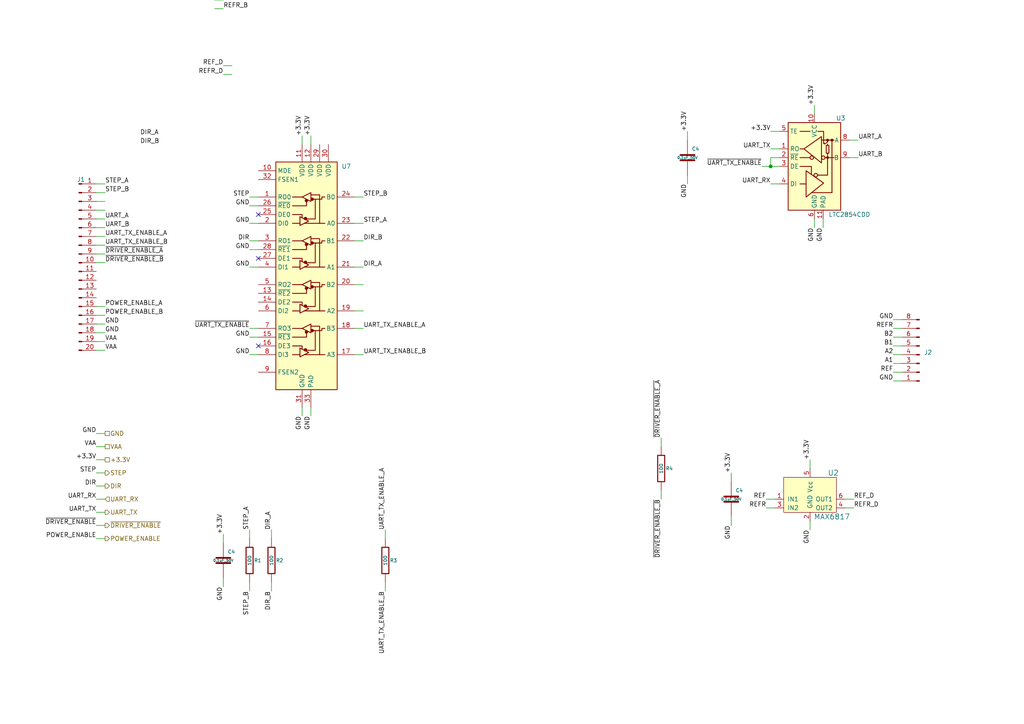
<source format=kicad_sch>
(kicad_sch (version 20230121) (generator eeschema)
  (paper "A4")
  (title_block (title "stepper_driver") (date "2023-05-11") (rev "2.0") (company "Howard Hughes Medical Institute"))
  (lib_symbols
    (symbol "Janelia:C_0.1uF_50V_0603" (pin_numbers hide) (pin_names (offset 0.254))
      (property "Reference" "C" (at 0 2.54 0))
      (property "Value" "0.1uF_50V" (at 0 0 0))
      (symbol "C_0.1uF_50V_0603_0_1"
        (polyline (pts (xy -2.032 -0.762) (xy 2.032 -0.762)) (stroke (width 0.508)))
        (polyline (pts (xy -2.032 0.762) (xy 2.032 0.762)) (stroke (width 0.508)))
      )
      (symbol "C_0.1uF_50V_0603_1_1"
        (pin passive line (at 0 5.08 270) (length 4.318) (name "~") (number "1"))
        (pin passive line (at 0 -5.08 90) (length 4.318) (name "~") (number "2"))
      )
    )
    (symbol "Janelia:Conn_FFC_20_Pin_ZF5S-20-01-T-WT" (pin_names (offset 1.016) hide)
      (property "Reference" "J" (at 0 25.4 0))
      (symbol "Conn_FFC_20_Pin_ZF5S-20-01-T-WT_1_1"
        (polyline (pts (xy 1.27 -25.4) (xy 0.8636 -25.4)) (stroke (width 0.1524)))
        (polyline (pts (xy 1.27 -22.86) (xy 0.8636 -22.86)) (stroke (width 0.1524)))
        (polyline (pts (xy 1.27 -20.32) (xy 0.8636 -20.32)) (stroke (width 0.1524)))
        (polyline (pts (xy 1.27 -17.78) (xy 0.8636 -17.78)) (stroke (width 0.1524)))
        (polyline (pts (xy 1.27 -15.24) (xy 0.8636 -15.24)) (stroke (width 0.1524)))
        (polyline (pts (xy 1.27 -12.7) (xy 0.8636 -12.7)) (stroke (width 0.1524)))
        (polyline (pts (xy 1.27 -10.16) (xy 0.8636 -10.16)) (stroke (width 0.1524)))
        (polyline (pts (xy 1.27 -7.62) (xy 0.8636 -7.62)) (stroke (width 0.1524)))
        (polyline (pts (xy 1.27 -5.08) (xy 0.8636 -5.08)) (stroke (width 0.1524)))
        (polyline (pts (xy 1.27 -2.54) (xy 0.8636 -2.54)) (stroke (width 0.1524)))
        (polyline (pts (xy 1.27 0) (xy 0.8636 0)) (stroke (width 0.1524)))
        (polyline (pts (xy 1.27 2.54) (xy 0.8636 2.54)) (stroke (width 0.1524)))
        (polyline (pts (xy 1.27 5.08) (xy 0.8636 5.08)) (stroke (width 0.1524)))
        (polyline (pts (xy 1.27 7.62) (xy 0.8636 7.62)) (stroke (width 0.1524)))
        (polyline (pts (xy 1.27 10.16) (xy 0.8636 10.16)) (stroke (width 0.1524)))
        (polyline (pts (xy 1.27 12.7) (xy 0.8636 12.7)) (stroke (width 0.1524)))
        (polyline (pts (xy 1.27 15.24) (xy 0.8636 15.24)) (stroke (width 0.1524)))
        (polyline (pts (xy 1.27 17.78) (xy 0.8636 17.78)) (stroke (width 0.1524)))
        (polyline (pts (xy 1.27 20.32) (xy 0.8636 20.32)) (stroke (width 0.1524)))
        (polyline (pts (xy 1.27 22.86) (xy 0.8636 22.86)) (stroke (width 0.1524)))
        (rectangle (start 0.8636 -25.273) (end 0 -25.527) (stroke (width 0.1524)) (fill (type outline)))
        (rectangle (start 0.8636 -22.733) (end 0 -22.987) (stroke (width 0.1524)) (fill (type outline)))
        (rectangle (start 0.8636 -20.193) (end 0 -20.447) (stroke (width 0.1524)) (fill (type outline)))
        (rectangle (start 0.8636 -17.653) (end 0 -17.907) (stroke (width 0.1524)) (fill (type outline)))
        (rectangle (start 0.8636 -15.113) (end 0 -15.367) (stroke (width 0.1524)) (fill (type outline)))
        (rectangle (start 0.8636 -12.573) (end 0 -12.827) (stroke (width 0.1524)) (fill (type outline)))
        (rectangle (start 0.8636 -10.033) (end 0 -10.287) (stroke (width 0.1524)) (fill (type outline)))
        (rectangle (start 0.8636 -7.493) (end 0 -7.747) (stroke (width 0.1524)) (fill (type outline)))
        (rectangle (start 0.8636 -4.953) (end 0 -5.207) (stroke (width 0.1524)) (fill (type outline)))
        (rectangle (start 0.8636 -2.413) (end 0 -2.667) (stroke (width 0.1524)) (fill (type outline)))
        (rectangle (start 0.8636 0.127) (end 0 -0.127) (stroke (width 0.1524)) (fill (type outline)))
        (rectangle (start 0.8636 2.667) (end 0 2.413) (stroke (width 0.1524)) (fill (type outline)))
        (rectangle (start 0.8636 5.207) (end 0 4.953) (stroke (width 0.1524)) (fill (type outline)))
        (rectangle (start 0.8636 7.747) (end 0 7.493) (stroke (width 0.1524)) (fill (type outline)))
        (rectangle (start 0.8636 10.287) (end 0 10.033) (stroke (width 0.1524)) (fill (type outline)))
        (rectangle (start 0.8636 12.827) (end 0 12.573) (stroke (width 0.1524)) (fill (type outline)))
        (rectangle (start 0.8636 15.367) (end 0 15.113) (stroke (width 0.1524)) (fill (type outline)))
        (rectangle (start 0.8636 17.907) (end 0 17.653) (stroke (width 0.1524)) (fill (type outline)))
        (rectangle (start 0.8636 20.447) (end 0 20.193) (stroke (width 0.1524)) (fill (type outline)))
        (rectangle (start 0.8636 22.987) (end 0 22.733) (stroke (width 0.1524)) (fill (type outline)))
        (pin passive line (at 5.08 22.86 180) (length 3.81) (name "Pin_1") (number "1"))
        (pin passive line (at 5.08 0 180) (length 3.81) (name "Pin_10") (number "10"))
        (pin passive line (at 5.08 -2.54 180) (length 3.81) (name "Pin_11") (number "11"))
        (pin passive line (at 5.08 -5.08 180) (length 3.81) (name "Pin_12") (number "12"))
        (pin passive line (at 5.08 -7.62 180) (length 3.81) (name "Pin_13") (number "13"))
        (pin passive line (at 5.08 -10.16 180) (length 3.81) (name "Pin_14") (number "14"))
        (pin passive line (at 5.08 -12.7 180) (length 3.81) (name "Pin_15") (number "15"))
        (pin passive line (at 5.08 -15.24 180) (length 3.81) (name "Pin_16") (number "16"))
        (pin passive line (at 5.08 -17.78 180) (length 3.81) (name "Pin_17") (number "17"))
        (pin passive line (at 5.08 -20.32 180) (length 3.81) (name "Pin_18") (number "18"))
        (pin passive line (at 5.08 -22.86 180) (length 3.81) (name "Pin_19") (number "19"))
        (pin passive line (at 5.08 20.32 180) (length 3.81) (name "Pin_2") (number "2"))
        (pin passive line (at 5.08 -25.4 180) (length 3.81) (name "Pin_20") (number "20"))
        (pin passive line (at 5.08 17.78 180) (length 3.81) (name "Pin_3") (number "3"))
        (pin passive line (at 5.08 15.24 180) (length 3.81) (name "Pin_4") (number "4"))
        (pin passive line (at 5.08 12.7 180) (length 3.81) (name "Pin_5") (number "5"))
        (pin passive line (at 5.08 10.16 180) (length 3.81) (name "Pin_6") (number "6"))
        (pin passive line (at 5.08 7.62 180) (length 3.81) (name "Pin_7") (number "7"))
        (pin passive line (at 5.08 5.08 180) (length 3.81) (name "Pin_8") (number "8"))
        (pin passive line (at 5.08 2.54 180) (length 3.81) (name "Pin_9") (number "9"))
      )
    )
    (symbol "Janelia:Conn_TERM_HDR_01x08_Pin_3.5MM_Horizontal" (pin_names (offset 1.016) hide)
      (property "Reference" "J" (at 0 10.16 0))
      (symbol "Conn_TERM_HDR_01x08_Pin_3.5MM_Horizontal_1_1"
        (polyline (pts (xy 1.27 -10.16) (xy 0.8636 -10.16)) (stroke (width 0.1524)))
        (polyline (pts (xy 1.27 -7.62) (xy 0.8636 -7.62)) (stroke (width 0.1524)))
        (polyline (pts (xy 1.27 -5.08) (xy 0.8636 -5.08)) (stroke (width 0.1524)))
        (polyline (pts (xy 1.27 -2.54) (xy 0.8636 -2.54)) (stroke (width 0.1524)))
        (polyline (pts (xy 1.27 0) (xy 0.8636 0)) (stroke (width 0.1524)))
        (polyline (pts (xy 1.27 2.54) (xy 0.8636 2.54)) (stroke (width 0.1524)))
        (polyline (pts (xy 1.27 5.08) (xy 0.8636 5.08)) (stroke (width 0.1524)))
        (polyline (pts (xy 1.27 7.62) (xy 0.8636 7.62)) (stroke (width 0.1524)))
        (rectangle (start 0.8636 -10.033) (end 0 -10.287) (stroke (width 0.1524)) (fill (type outline)))
        (rectangle (start 0.8636 -7.493) (end 0 -7.747) (stroke (width 0.1524)) (fill (type outline)))
        (rectangle (start 0.8636 -4.953) (end 0 -5.207) (stroke (width 0.1524)) (fill (type outline)))
        (rectangle (start 0.8636 -2.413) (end 0 -2.667) (stroke (width 0.1524)) (fill (type outline)))
        (rectangle (start 0.8636 0.127) (end 0 -0.127) (stroke (width 0.1524)) (fill (type outline)))
        (rectangle (start 0.8636 2.667) (end 0 2.413) (stroke (width 0.1524)) (fill (type outline)))
        (rectangle (start 0.8636 5.207) (end 0 4.953) (stroke (width 0.1524)) (fill (type outline)))
        (rectangle (start 0.8636 7.747) (end 0 7.493) (stroke (width 0.1524)) (fill (type outline)))
        (pin passive line (at 5.08 7.62 180) (length 3.81) (name "Pin_1") (number "1"))
        (pin passive line (at 5.08 5.08 180) (length 3.81) (name "Pin_2") (number "2"))
        (pin passive line (at 5.08 2.54 180) (length 3.81) (name "Pin_3") (number "3"))
        (pin passive line (at 5.08 0 180) (length 3.81) (name "Pin_4") (number "4"))
        (pin passive line (at 5.08 -2.54 180) (length 3.81) (name "Pin_5") (number "5"))
        (pin passive line (at 5.08 -5.08 180) (length 3.81) (name "Pin_6") (number "6"))
        (pin passive line (at 5.08 -7.62 180) (length 3.81) (name "Pin_7") (number "7"))
        (pin passive line (at 5.08 -10.16 180) (length 3.81) (name "Pin_8") (number "8"))
      )
    )
    (symbol "Janelia:LTC2854CDD"
      (property "Reference" "U" (at 6.35 13.97 0))
      (property "Value" "LTC2854CDD" (at -8.89 13.97 0))
      (symbol "LTC2854CDD_0_1"
        (rectangle (start -7.62 12.7) (end 7.62 -12.7) (stroke (width 0.254)) (fill (type background)))
      )
      (symbol "LTC2854CDD_1_1"
        (circle (center -0.762 2.54) (radius 0.508) (stroke (width 0.254)))
        (polyline (pts (xy -4.191 2.54) (xy -1.27 2.54)) (stroke (width 0.254)))
        (polyline (pts (xy -4.191 10.16) (xy -1.27 10.16)) (stroke (width 0.254)))
        (polyline (pts (xy -2.54 -5.08) (xy -4.191 -5.08)) (stroke (width 0.254)))
        (polyline (pts (xy -0.635 -7.62) (xy 5.08 -7.62)) (stroke (width 0.254)))
        (polyline (pts (xy 0.889 -2.54) (xy 3.81 -2.54)) (stroke (width 0.254)))
        (polyline (pts (xy 2.032 7.62) (xy 5.715 7.62)) (stroke (width 0.254)))
        (polyline (pts (xy 3.048 2.54) (xy 5.715 2.54)) (stroke (width 0.254)))
        (polyline (pts (xy 3.81 -2.54) (xy 3.81 2.54)) (stroke (width 0.254)))
        (polyline (pts (xy 3.81 2.54) (xy 3.81 3.81)) (stroke (width 0.254)))
        (polyline (pts (xy 3.81 6.477) (xy 3.81 6.096)) (stroke (width 0.254)))
        (polyline (pts (xy 3.81 7.112) (xy 3.429 6.731)) (stroke (width 0.254)))
        (polyline (pts (xy 3.81 7.62) (xy 3.81 7.112)) (stroke (width 0.254)))
        (polyline (pts (xy 5.08 -7.62) (xy 5.08 7.62)) (stroke (width 0.254)))
        (polyline (pts (xy -4.191 0) (xy -0.889 0) (xy -0.889 -2.286)) (stroke (width 0.254)))
        (polyline (pts (xy -3.175 5.08) (xy -4.191 5.08) (xy -4.064 5.08)) (stroke (width 0.254)))
        (polyline (pts (xy -2.413 -5.08) (xy -2.413 -1.27) (xy 2.667 -4.826) (xy -2.413 -8.89) (xy -2.413 -5.08)) (stroke (width 0.254)))
        (polyline (pts (xy 2.032 4.826) (xy 2.032 8.636) (xy -3.048 5.08) (xy 2.032 1.016) (xy 2.032 4.826)) (stroke (width 0.254)))
        (polyline (pts (xy 1.016 10.16) (xy 2.667 10.16) (xy 2.667 6.604) (xy 3.175 6.604) (xy 2.921 6.731) (xy 2.921 6.477) (xy 3.175 6.604)) (stroke (width 0.254)))
        (circle (center 0.381 -2.54) (radius 0.508) (stroke (width 0.254)))
        (circle (center 2.54 2.54) (radius 0.508) (stroke (width 0.254)))
        (rectangle (start 3.429 6.096) (end 4.191 3.81) (stroke (width 0.254)))
        (circle (center 3.81 2.54) (radius 0.2794) (stroke (width 0.254)) (fill (type outline)))
        (circle (center 3.81 7.62) (radius 0.2794) (stroke (width 0.254)) (fill (type outline)))
        (circle (center 5.08 7.62) (radius 0.2794) (stroke (width 0.254)) (fill (type outline)))
        (pin output line (at -10.16 5.08 0) (length 2.54) (name "RO") (number "1"))
        (pin power_in line (at 0 15.24 270) (length 2.54) (name "VCC") (number "10"))
        (pin passive line (at 2.54 -15.24 90) (length 2.54) (name "PAD") (number "11"))
        (pin input line (at -10.16 2.54 0) (length 2.54) (name "~{RE}") (number "2"))
        (pin input line (at -10.16 0 0) (length 2.54) (name "DE") (number "3"))
        (pin input line (at -10.16 -5.08 0) (length 2.54) (name "DI") (number "4"))
        (pin input line (at -10.16 10.16 0) (length 2.54) (name "TE") (number "5"))
        (pin power_in line (at 0 -15.24 90) (length 2.54) (name "GND") (number "6"))
        (pin bidirectional line (at 10.16 7.62 180) (length 2.54) (name "A") (number "8"))
        (pin bidirectional line (at 10.16 2.54 180) (length 2.54) (name "B") (number "9"))
      )
    )
    (symbol "Janelia:LVDS_4-4_HALF_DS91M040TSQE"
      (property "Reference" "U" (at 10.16 31.75 0))
      (symbol "LVDS_4-4_HALF_DS91M040TSQE_0_1"
        (rectangle (start -8.89 33.02) (end 8.89 -33.02) (stroke (width 0.254)) (fill (type background)))
        (circle (center -0.3048 -21.463) (radius 0.3556) (stroke (width 0.254)) (fill (type outline)))
        (circle (center -0.3048 -8.763) (radius 0.3556) (stroke (width 0.254)) (fill (type outline)))
        (circle (center -0.3048 3.937) (radius 0.3556) (stroke (width 0.254)) (fill (type outline)))
        (circle (center -0.3048 16.637) (radius 0.3556) (stroke (width 0.254)) (fill (type outline)))
        (circle (center -0.0254 -16.2814) (radius 0.3556) (stroke (width 0.254)) (fill (type outline)))
        (circle (center -0.0254 -3.5814) (radius 0.3556) (stroke (width 0.254)) (fill (type outline)))
        (circle (center -0.0254 9.1186) (radius 0.3556) (stroke (width 0.254)) (fill (type outline)))
        (circle (center -0.0254 21.8186) (radius 0.3556) (stroke (width 0.254)) (fill (type outline)))
        (polyline (pts (xy -4.064 -22.86) (xy -1.905 -22.86)) (stroke (width 0.254)))
        (polyline (pts (xy -4.064 -15.24) (xy -1.27 -15.24)) (stroke (width 0.254)))
        (polyline (pts (xy -4.064 -10.16) (xy -1.905 -10.16)) (stroke (width 0.254)))
        (polyline (pts (xy -4.064 -2.54) (xy -1.27 -2.54)) (stroke (width 0.254)))
        (polyline (pts (xy -4.064 2.54) (xy -1.905 2.54)) (stroke (width 0.254)))
        (polyline (pts (xy -4.064 10.16) (xy -1.27 10.16)) (stroke (width 0.254)))
        (polyline (pts (xy -4.064 15.24) (xy -1.905 15.24)) (stroke (width 0.254)))
        (polyline (pts (xy -4.064 22.86) (xy -1.27 22.86)) (stroke (width 0.254)))
        (polyline (pts (xy -1.27 -20.9804) (xy -1.27 -21.2344)) (stroke (width 0.254)))
        (polyline (pts (xy -1.27 -8.2804) (xy -1.27 -8.5344)) (stroke (width 0.254)))
        (polyline (pts (xy -1.27 4.4196) (xy -1.27 4.1656)) (stroke (width 0.254)))
        (polyline (pts (xy -1.27 17.1196) (xy -1.27 16.8656)) (stroke (width 0.254)))
        (polyline (pts (xy -0.635 -22.86) (xy 5.334 -22.86)) (stroke (width 0.254)))
        (polyline (pts (xy -0.635 -10.16) (xy 5.334 -10.16)) (stroke (width 0.254)))
        (polyline (pts (xy -0.635 2.54) (xy 5.334 2.54)) (stroke (width 0.254)))
        (polyline (pts (xy -0.635 15.24) (xy 5.334 15.24)) (stroke (width 0.254)))
        (polyline (pts (xy -4.064 -20.32) (xy -1.27 -20.32) (xy -1.27 -20.955)) (stroke (width 0.254)))
        (polyline (pts (xy -4.064 -7.62) (xy -1.27 -7.62) (xy -1.27 -8.255)) (stroke (width 0.254)))
        (polyline (pts (xy -4.064 5.08) (xy -1.27 5.08) (xy -1.27 4.445)) (stroke (width 0.254)))
        (polyline (pts (xy -4.064 17.78) (xy -1.27 17.78) (xy -1.27 17.145)) (stroke (width 0.254)))
        (polyline (pts (xy 0 -16.51) (xy 0 -17.78) (xy -4.064 -17.78)) (stroke (width 0.254)))
        (polyline (pts (xy 0 -3.81) (xy 0 -5.08) (xy -4.064 -5.08)) (stroke (width 0.254)))
        (polyline (pts (xy 0 8.89) (xy 0 7.62) (xy -4.064 7.62)) (stroke (width 0.254)))
        (polyline (pts (xy 0 21.59) (xy 0 20.32) (xy -4.064 20.32)) (stroke (width 0.254)))
        (polyline (pts (xy 1.27 -14.605) (xy 3.81 -14.605) (xy 3.81 -22.86)) (stroke (width 0.254)))
        (polyline (pts (xy 1.27 -1.905) (xy 3.81 -1.905) (xy 3.81 -10.16)) (stroke (width 0.254)))
        (polyline (pts (xy 1.27 10.795) (xy 3.81 10.795) (xy 3.81 2.54)) (stroke (width 0.254)))
        (polyline (pts (xy 1.27 23.495) (xy 3.81 23.495) (xy 3.81 15.24)) (stroke (width 0.254)))
        (polyline (pts (xy 2.54 -15.875) (xy 2.54 -21.59) (xy 0 -21.59)) (stroke (width 0.254)))
        (polyline (pts (xy 2.54 -3.175) (xy 2.54 -8.89) (xy 0 -8.89)) (stroke (width 0.254)))
        (polyline (pts (xy 2.54 9.525) (xy 2.54 3.81) (xy 0 3.81)) (stroke (width 0.254)))
        (polyline (pts (xy 2.54 22.225) (xy 2.54 16.51) (xy 0 16.51)) (stroke (width 0.254)))
        (polyline (pts (xy -1.905 -20.955) (xy -1.905 -23.495) (xy 0.635 -22.225) (xy -1.905 -20.955)) (stroke (width 0.254)))
        (polyline (pts (xy -1.905 -8.255) (xy -1.905 -10.795) (xy 0.635 -9.525) (xy -1.905 -8.255)) (stroke (width 0.254)))
        (polyline (pts (xy -1.905 4.445) (xy -1.905 1.905) (xy 0.635 3.175) (xy -1.905 4.445)) (stroke (width 0.254)))
        (polyline (pts (xy -1.905 17.145) (xy -1.905 14.605) (xy 0.635 15.875) (xy -1.905 17.145)) (stroke (width 0.254)))
        (polyline (pts (xy -1.27 -15.24) (xy 1.27 -13.97) (xy 1.27 -16.51) (xy -1.27 -15.24)) (stroke (width 0.254)))
        (polyline (pts (xy -1.27 -2.54) (xy 1.27 -1.27) (xy 1.27 -3.81) (xy -1.27 -2.54)) (stroke (width 0.254)))
        (polyline (pts (xy -1.27 10.16) (xy 1.27 11.43) (xy 1.27 8.89) (xy -1.27 10.16)) (stroke (width 0.254)))
        (polyline (pts (xy -1.27 22.86) (xy 1.27 24.13) (xy 1.27 21.59) (xy -1.27 22.86)) (stroke (width 0.254)))
        (polyline (pts (xy 1.905 -15.875) (xy 4.445 -15.875) (xy 4.445 -15.24) (xy 5.334 -15.24)) (stroke (width 0.254)))
        (polyline (pts (xy 1.905 -3.175) (xy 4.445 -3.175) (xy 4.445 -2.54) (xy 5.334 -2.54)) (stroke (width 0.254)))
        (polyline (pts (xy 1.905 9.525) (xy 4.445 9.525) (xy 4.445 10.16) (xy 5.334 10.16)) (stroke (width 0.254)))
        (polyline (pts (xy 1.905 22.225) (xy 4.445 22.225) (xy 4.445 22.86) (xy 5.334 22.86)) (stroke (width 0.254)))
        (rectangle (start 1.27 -14.605) (end 1.27 -14.605))
        (rectangle (start 1.27 -1.905) (end 1.27 -1.905))
        (rectangle (start 1.27 10.795) (end 1.27 10.795))
        (rectangle (start 1.27 23.495) (end 1.27 23.495))
        (circle (center 1.651 -15.875) (radius 0.3556) (stroke (width 0.254)) (fill (type outline)))
        (circle (center 1.651 -3.175) (radius 0.3556) (stroke (width 0.254)) (fill (type outline)))
        (circle (center 1.651 9.525) (radius 0.3556) (stroke (width 0.254)) (fill (type outline)))
        (circle (center 1.651 22.225) (radius 0.3556) (stroke (width 0.254)) (fill (type outline)))
      )
      (symbol "LVDS_4-4_HALF_DS91M040TSQE_1_1"
        (pin output line (at -13.97 22.86 0) (length 5.08) (name "RO0") (number "1"))
        (pin input line (at -13.97 30.48 0) (length 5.08) (name "MDE") (number "10"))
        (pin power_in line (at -1.27 38.1 270) (length 5.08) (name "VDD") (number "11"))
        (pin power_in line (at 1.27 38.1 270) (length 5.08) (name "VDD") (number "12"))
        (pin input line (at -13.97 -5.08 0) (length 5.08) (name "~{RE2}") (number "13"))
        (pin input line (at -13.97 -7.62 0) (length 5.08) (name "DE2") (number "14"))
        (pin input line (at -13.97 -17.78 0) (length 5.08) (name "~{RE3}") (number "15"))
        (pin input line (at -13.97 -20.32 0) (length 5.08) (name "DE3") (number "16"))
        (pin bidirectional line (at 13.97 -22.86 180) (length 5.08) (name "A3") (number "17"))
        (pin bidirectional line (at 13.97 -15.24 180) (length 5.08) (name "B3") (number "18"))
        (pin bidirectional line (at 13.97 -10.16 180) (length 5.08) (name "A2") (number "19"))
        (pin input line (at -13.97 15.24 0) (length 5.08) (name "DI0") (number "2"))
        (pin bidirectional line (at 13.97 -2.54 180) (length 5.08) (name "B2") (number "20"))
        (pin bidirectional line (at 13.97 2.54 180) (length 5.08) (name "A1") (number "21"))
        (pin bidirectional line (at 13.97 10.16 180) (length 5.08) (name "B1") (number "22"))
        (pin bidirectional line (at 13.97 15.24 180) (length 5.08) (name "A0") (number "23"))
        (pin bidirectional line (at 13.97 22.86 180) (length 5.08) (name "B0") (number "24"))
        (pin input line (at -13.97 17.78 0) (length 5.08) (name "DE0") (number "25"))
        (pin input line (at -13.97 20.32 0) (length 5.08) (name "~{RE0}") (number "26"))
        (pin input line (at -13.97 5.08 0) (length 5.08) (name "DE1") (number "27"))
        (pin input line (at -13.97 7.62 0) (length 5.08) (name "~{RE1}") (number "28"))
        (pin power_in line (at 3.81 38.1 270) (length 5.08) (name "VDD") (number "29"))
        (pin output line (at -13.97 10.16 0) (length 5.08) (name "RO1") (number "3"))
        (pin power_in line (at 6.35 38.1 270) (length 5.08) (name "VDD") (number "30"))
        (pin power_in line (at -1.27 -38.1 90) (length 5.08) (name "GND") (number "31"))
        (pin input line (at -13.97 27.94 0) (length 5.08) (name "FSEN1") (number "32"))
        (pin power_in line (at 1.27 -38.1 90) (length 5.08) (name "PAD") (number "33"))
        (pin input line (at -13.97 2.54 0) (length 5.08) (name "DI1") (number "4"))
        (pin output line (at -13.97 -2.54 0) (length 5.08) (name "RO2") (number "5"))
        (pin input line (at -13.97 -10.16 0) (length 5.08) (name "DI2") (number "6"))
        (pin output line (at -13.97 -15.24 0) (length 5.08) (name "RO3") (number "7"))
        (pin input line (at -13.97 -22.86 0) (length 5.08) (name "DI3") (number "8"))
        (pin input line (at -13.97 -27.94 0) (length 5.08) (name "FSEN2") (number "9"))
      )
    )
    (symbol "Janelia:MAX6817" (pin_names (offset 1.016))
      (property "Reference" "U" (at 5.08 -6.35 0))
      (property "Value" "MAX6817" (at 5.08 6.35 0))
      (symbol "MAX6817_1_1"
        (rectangle (start -7.62 5.08) (end 7.62 -5.08) (fill (type background)))
        (pin passive line (at -10.16 -1.27 0) (length 2.54) (name "IN1") (number "1"))
        (pin power_in line (at 0 -7.62 90) (length 2.54) (name "GND") (number "2"))
        (pin passive line (at -10.16 -3.81 0) (length 2.54) (name "IN2") (number "3"))
        (pin output line (at 10.16 -3.81 180) (length 2.54) (name "OUT2") (number "4"))
        (pin power_in line (at 0 7.62 270) (length 2.54) (name "Vcc") (number "5"))
        (pin output line (at 10.16 -1.27 180) (length 2.54) (name "OUT1") (number "6"))
      )
    )
    (symbol "Janelia:R_100_0402" (pin_numbers hide) (pin_names (offset 0))
      (property "Reference" "R" (at 2.032 0 90))
      (property "Value" "100" (at 0.1778 0.0254 90))
      (symbol "R_100_0402_0_1"
        (rectangle (start -1.016 3.81) (end 1.016 -3.81) (stroke (width 0.3048)))
      )
      (symbol "R_100_0402_1_1"
        (pin passive line (at 0 6.35 270) (length 2.54) (name "~") (number "1"))
        (pin passive line (at 0 -6.35 90) (length 2.54) (name "~") (number "2"))
      )
    )
    (symbol "Janelia:SN65LVDM050QDRQ1" (pin_names (offset 1.016))
      (property "Reference" "U" (at 5.08 15.24 0))
      (property "Value" "SN65LVDM050QDRQ1" (at 13.97 -16.51 0))
      (symbol "SN65LVDM050QDRQ1_1_1"
        (rectangle (start -5.08 13.97) (end 5.08 -13.97) (fill (type background)))
        (pin input inverted (at -10.16 -1.27 0) (length 5.08) (name "1B") (number "1"))
        (pin output line (at 10.16 5.08 180) (length 5.08) (name "2Y") (number "10"))
        (pin output inverted (at 10.16 2.54 180) (length 5.08) (name "2Z") (number "11"))
        (pin input line (at -10.16 12.7 0) (length 5.08) (name "DE") (number "12"))
        (pin output inverted (at 10.16 10.16 180) (length 5.08) (name "1Z") (number "13"))
        (pin output line (at 10.16 12.7 180) (length 5.08) (name "1Y") (number "14"))
        (pin input line (at -10.16 8.89 0) (length 5.08) (name "1D") (number "15"))
        (pin power_in line (at 0 19.05 270) (length 5.08) (name "Vcc") (number "16"))
        (pin input line (at -10.16 1.27 0) (length 5.08) (name "1A") (number "2"))
        (pin output line (at 10.16 -2.54 180) (length 5.08) (name "1R") (number "3"))
        (pin input line (at -10.16 -12.7 0) (length 5.08) (name "~{RE}") (number "4"))
        (pin output line (at 10.16 -5.08 180) (length 5.08) (name "2R") (number "5"))
        (pin input line (at -10.16 -6.35 0) (length 5.08) (name "2A") (number "6"))
        (pin input inverted (at -10.16 -8.89 0) (length 5.08) (name "2B") (number "7"))
        (pin power_in line (at 0 -19.05 90) (length 5.08) (name "GND") (number "8"))
        (pin input line (at -10.16 6.35 0) (length 5.08) (name "2D") (number "9"))
      )
    )
  )
  (junction (at 223.52 48.26))
  (no_connect (at 74.93 74.93))
  (no_connect (at 342.9 -69.85))
  (no_connect (at 74.93 100.33))
  (no_connect (at 74.93 62.23))
  (no_connect (at 342.9 -67.31))
  (no_connect (at 342.9 -59.69))
  (no_connect (at 342.9 -62.23))
  (wire (pts (xy 27.94 144.78) (xy 30.48 144.78)))
  (wire (pts (xy 342.9 -52.07) (xy 345.44 -52.07)))
  (wire (pts (xy 261.62 92.71) (xy 259.08 92.71)))
  (wire (pts (xy 298.45 -52.07) (xy 298.45 -49.53)))
  (wire (pts (xy -13.97 15.24) (xy -16.51 15.24)))
  (wire (pts (xy 246.38 40.64) (xy 248.92 40.64)))
  (wire (pts (xy 322.58 -44.45) (xy 320.04 -44.45)))
  (wire (pts (xy 74.93 64.77) (xy 72.39 64.77)))
  (wire (pts (xy 245.11 144.78) (xy 247.65 144.78)))
  (wire (pts (xy 234.95 135.89) (xy 234.95 133.35)))
  (wire (pts (xy 72.39 153.67) (xy 72.39 156.21)))
  (wire (pts (xy 199.39 40.64) (xy 199.39 38.1)))
  (wire (pts (xy 67.31 19.05) (xy 64.77 19.05)))
  (wire (pts (xy 261.62 110.49) (xy 259.08 110.49)))
  (wire (pts (xy 102.87 82.55) (xy 105.41 82.55)))
  (wire (pts (xy 87.63 118.11) (xy 87.63 120.65)))
  (wire (pts (xy 261.62 97.79) (xy 259.08 97.79)))
  (wire (pts (xy 191.77 142.24) (xy 191.77 144.78)))
  (wire (pts (xy 74.93 69.85) (xy 72.39 69.85)))
  (wire (pts (xy 27.94 93.98) (xy 30.48 93.98)))
  (wire (pts (xy 111.76 153.67) (xy 111.76 156.21)))
  (wire (pts (xy 64.77 167.64) (xy 64.77 170.18)))
  (wire (pts (xy 236.22 63.5) (xy 236.22 66.04)))
  (wire (pts (xy 74.93 72.39) (xy 72.39 72.39)))
  (wire (pts (xy 220.98 48.26) (xy 223.52 48.26)))
  (wire (pts (xy 27.94 148.59) (xy 30.48 148.59)))
  (wire (pts (xy -17.78 44.45) (xy -15.24 44.45)))
  (wire (pts (xy 111.76 168.91) (xy 111.76 171.45)))
  (wire (pts (xy -17.78 41.91) (xy -15.24 41.91)))
  (wire (pts (xy 27.94 140.97) (xy 30.48 140.97)))
  (wire (pts (xy 102.87 95.25) (xy 105.41 95.25)))
  (wire (pts (xy 322.58 -63.5) (xy 320.04 -63.5)))
  (wire (pts (xy 27.94 71.12) (xy 30.48 71.12)))
  (wire (pts (xy 74.93 95.25) (xy 72.39 95.25)))
  (wire (pts (xy 236.22 33.02) (xy 236.22 30.48)))
  (wire (pts (xy 27.94 125.73) (xy 30.48 125.73)))
  (wire (pts (xy 27.94 60.96) (xy 30.48 60.96)))
  (wire (pts (xy 63.5 -11.43) (xy 66.04 -11.43)))
  (wire (pts (xy 27.94 58.42) (xy 30.48 58.42)))
  (wire (pts (xy 74.93 57.15) (xy 72.39 57.15)))
  (wire (pts (xy 102.87 77.47) (xy 105.41 77.47)))
  (wire (pts (xy 27.94 133.35) (xy 30.48 133.35)))
  (wire (pts (xy 27.94 76.2) (xy 30.48 76.2)))
  (wire (pts (xy -13.97 12.7) (xy -16.51 12.7)))
  (wire (pts (xy 87.63 41.91) (xy 87.63 39.37)))
  (wire (pts (xy 261.62 105.41) (xy 259.08 105.41)))
  (wire (pts (xy 102.87 90.17) (xy 105.41 90.17)))
  (wire (pts (xy 63.5 -13.97) (xy 66.04 -13.97)))
  (wire (pts (xy 27.94 99.06) (xy 30.48 99.06)))
  (wire (pts (xy -17.78 49.53) (xy -15.24 49.53)))
  (wire (pts (xy 261.62 102.87) (xy 259.08 102.87)))
  (wire (pts (xy 27.94 73.66) (xy 30.48 73.66)))
  (wire (pts (xy 223.52 48.26) (xy 226.06 48.26)))
  (wire (pts (xy 102.87 57.15) (xy 105.41 57.15)))
  (wire (pts (xy 27.94 66.04) (xy 30.48 66.04)))
  (wire (pts (xy 67.31 21.59) (xy 64.77 21.59)))
  (wire (pts (xy 27.94 156.21) (xy 30.48 156.21)))
  (wire (pts (xy 78.74 168.91) (xy 78.74 171.45)))
  (wire (pts (xy 72.39 168.91) (xy 72.39 171.45)))
  (wire (pts (xy 27.94 53.34) (xy 30.48 53.34)))
  (wire (pts (xy 27.94 101.6) (xy 30.48 101.6)))
  (wire (pts (xy 332.74 -76.2) (xy 332.74 -78.74)))
  (wire (pts (xy 212.09 149.86) (xy 212.09 152.4)))
  (wire (pts (xy 27.94 96.52) (xy 30.48 96.52)))
  (wire (pts (xy -17.78 46.99) (xy -15.24 46.99)))
  (wire (pts (xy 78.74 153.67) (xy 78.74 156.21)))
  (wire (pts (xy 234.95 151.13) (xy 234.95 153.67)))
  (wire (pts (xy 238.76 63.5) (xy 238.76 66.04)))
  (wire (pts (xy 27.94 129.54) (xy 30.48 129.54)))
  (wire (pts (xy 74.93 59.69) (xy 72.39 59.69)))
  (wire (pts (xy 27.94 55.88) (xy 30.48 55.88)))
  (wire (pts (xy 74.93 97.79) (xy 72.39 97.79)))
  (wire (pts (xy 322.58 -69.85) (xy 320.04 -69.85)))
  (wire (pts (xy 246.38 45.72) (xy 248.92 45.72)))
  (wire (pts (xy 322.58 -66.04) (xy 320.04 -66.04)))
  (wire (pts (xy 212.09 139.7) (xy 212.09 137.16)))
  (wire (pts (xy 102.87 64.77) (xy 105.41 64.77)))
  (wire (pts (xy 224.79 144.78) (xy 222.25 144.78)))
  (wire (pts (xy 223.52 53.34) (xy 226.06 53.34)))
  (wire (pts (xy 27.94 137.16) (xy 30.48 137.16)))
  (wire (pts (xy 226.06 38.1) (xy 223.52 38.1)))
  (wire (pts (xy 298.45 -67.31) (xy 298.45 -64.77)))
  (wire (pts (xy 199.39 50.8) (xy 199.39 53.34)))
  (wire (pts (xy 27.94 68.58) (xy 30.48 68.58)))
  (wire (pts (xy 226.06 45.72) (xy 223.52 45.72)))
  (wire (pts (xy 64.77 157.48) (xy 64.77 154.94)))
  (wire (pts (xy 224.79 147.32) (xy 222.25 147.32)))
  (wire (pts (xy 223.52 45.72) (xy 223.52 48.26)))
  (wire (pts (xy 332.74 -38.1) (xy 332.74 -35.56)))
  (wire (pts (xy 191.77 127) (xy 191.77 129.54)))
  (wire (pts (xy 27.94 63.5) (xy 30.48 63.5)))
  (wire (pts (xy 90.17 41.91) (xy 90.17 39.37)))
  (wire (pts (xy 261.62 107.95) (xy 259.08 107.95)))
  (wire (pts (xy 74.93 102.87) (xy 72.39 102.87)))
  (wire (pts (xy 102.87 69.85) (xy 105.41 69.85)))
  (wire (pts (xy 27.94 152.4) (xy 30.48 152.4)))
  (wire (pts (xy 261.62 95.25) (xy 259.08 95.25)))
  (wire (pts (xy 62.23 0) (xy 64.77 0)))
  (wire (pts (xy 223.52 43.18) (xy 226.06 43.18)))
  (wire (pts (xy 90.17 118.11) (xy 90.17 120.65)))
  (wire (pts (xy 74.93 77.47) (xy 72.39 77.47)))
  (wire (pts (xy 62.23 2.54) (xy 64.77 2.54)))
  (wire (pts (xy 27.94 91.44) (xy 30.48 91.44)))
  (wire (pts (xy 322.58 -50.8) (xy 320.04 -50.8)))
  (wire (pts (xy 245.11 147.32) (xy 247.65 147.32)))
  (wire (pts (xy 342.9 -54.61) (xy 345.44 -54.61)))
  (wire (pts (xy 102.87 102.87) (xy 105.41 102.87)))
  (wire (pts (xy 261.62 100.33) (xy 259.08 100.33)))
  (wire (pts (xy 367.03 -59.69) (xy 367.03 -62.23)))
  (wire (pts (xy 367.03 -49.53) (xy 367.03 -46.99)))
  (wire (pts (xy 322.58 -48.26) (xy 320.04 -48.26)))
  (wire (pts (xy 27.94 88.9) (xy 30.48 88.9)))
  (label "REF_B" (at -15.24 44.45 0))
  (label "UART_TX_ENABLE_B" (at 30.48 71.12 0))
  (label "UART_TX_ENABLE_A" (at 105.41 95.25 0))
  (label "UART_TX_ENABLE_A" (at 30.48 68.58 0))
  (label "STEP_B" (at 30.48 55.88 0))
  (label "VAA" (at 27.94 129.54 180))
  (label "REF_A" (at -15.24 41.91 0))
  (label "GND" (at 238.76 66.04 270))
  (label "STEP_A" (at 72.39 153.67 90))
  (label "UART_A" (at 248.92 40.64 0))
  (label "A2" (at 259.08 102.87 180))
  (label "~{DRIVER_ENABLE_B}" (at 191.77 144.78 270))
  (label "~{DRIVER_ENABLE_A}" (at 30.48 73.66 0))
  (label "GND" (at 64.77 170.18 270))
  (label "STEP" (at 27.94 137.16 180))
  (label "REFR" (at 259.08 95.25 180))
  (label "POWER_ENABLE_A" (at 30.48 88.9 0))
  (label "DIR_B" (at 78.74 171.45 270))
  (label "+3.3V" (at 332.74 -78.74 90))
  (label "~{DRIVER_ENABLE}" (at 27.94 152.4 180))
  (label "POWER_ENABLE_A" (at 298.45 -67.31 90))
  (label "GND" (at 234.95 153.67 270))
  (label "~{DRIVER_ENABLE}" (at 345.44 -54.61 0))
  (label "GND" (at 30.48 93.98 0))
  (label "UART_TX_ENABLE_A" (at 111.76 153.67 90))
  (label "REF" (at 222.25 144.78 180))
  (label "UART_A" (at 30.48 63.5 0))
  (label "DIR_A" (at 78.74 153.67 90))
  (label "DIR" (at 72.39 69.85 180))
  (label "+3.3V" (at 234.95 133.35 90))
  (label "REFR_B" (at -15.24 49.53 0))
  (label "GND" (at 320.04 -66.04 180))
  (label "+3.3V" (at 199.39 38.1 90))
  (label "UART_TX_ENABLE_B" (at 111.76 171.45 270))
  (label "~{DRIVER_ENABLE_A}" (at 191.77 127 90))
  (label "GND" (at 320.04 -63.5 180))
  (label "POWER_ENABLE" (at 27.94 156.21 180))
  (label "~{DRIVER_ENABLE_B}" (at -16.51 15.24 180))
  (label "~{DRIVER_ENABLE_A}" (at -16.51 12.7 180))
  (label "POWER_ENABLE_B" (at 298.45 -49.53 270))
  (label "GND" (at 259.08 110.49 180))
  (label "+3.3V" (at 212.09 137.16 90))
  (label "GND" (at 27.94 125.73 180))
  (label "REFR_A" (at -15.24 46.99 0))
  (label "GND" (at 367.03 -46.99 270))
  (label "~{UART_TX_ENABLE}" (at 72.39 95.25 180))
  (label "B1" (at 259.08 100.33 180))
  (label "DIR" (at 27.94 140.97 180))
  (label "POWER_ENABLE_B" (at 320.04 -48.26 180))
  (label "REF" (at 259.08 107.95 180))
  (label "GND" (at 332.74 -35.56 270))
  (label "GND" (at 90.17 120.65 270))
  (label "+3.3V" (at 320.04 -69.85 180))
  (label "DIR_B" (at 105.41 69.85 0))
  (label "GND" (at 30.48 96.52 0))
  (label "UART_B" (at 248.92 45.72 0))
  (label "+3.3V" (at 236.22 30.48 90))
  (label "~{DRIVER_ENABLE_B}" (at 30.48 76.2 0))
  (label "UART_TX" (at 223.52 43.18 180))
  (label "+3.3V" (at 367.03 -62.23 90))
  (label "GND" (at 72.39 72.39 180))
  (label "GND" (at 236.22 66.04 270))
  (label "UART_B" (at 30.48 66.04 0))
  (label "UART_RX" (at 223.52 53.34 180))
  (label "+3.3V" (at 27.94 133.35 180))
  (label "DIR_A" (at 105.41 77.47 0))
  (label "REF_D" (at 64.77 19.05 180))
  (label "POWER_ENABLE_B" (at 30.48 91.44 0))
  (label "STEP_A" (at 105.41 64.77 0))
  (label "GND" (at 212.09 152.4 270))
  (label "GND" (at 320.04 -44.45 180))
  (label "REFR_A" (at 64.77 0 0))
  (label "GND" (at 199.39 53.34 270))
  (label "GND" (at 72.39 102.87 180))
  (label "DIR_B" (at 40.64 41.91 0))
  (label "A1" (at 259.08 105.41 180))
  (label "VAA" (at 30.48 101.6 0))
  (label "REFR_B" (at 64.77 2.54 0))
  (label "REF_B" (at 66.04 -11.43 0))
  (label "UART_TX_ENABLE_B" (at 105.41 102.87 0))
  (label "REF_A" (at 66.04 -13.97 0))
  (label "+3.3V" (at 90.17 39.37 90))
  (label "POWER_ENABLE_A" (at 320.04 -50.8 180))
  (label "+3.3V" (at 87.63 39.37 90))
  (label "STEP_B" (at 72.39 171.45 270))
  (label "STEP_B" (at 105.41 57.15 0))
  (label "UART_TX" (at 27.94 148.59 180))
  (label "+3.3V" (at 223.52 38.1 180))
  (label "DIR_A" (at 40.64 39.37 0))
  (label "REFR_D" (at 64.77 21.59 180))
  (label "GND" (at 72.39 77.47 180))
  (label "REFR" (at 222.25 147.32 180))
  (label "STEP_A" (at 30.48 53.34 0))
  (label "GND" (at 87.63 120.65 270))
  (label "STEP" (at 72.39 57.15 180))
  (label "+3.3V" (at 64.77 154.94 90))
  (label "GND" (at 259.08 92.71 180))
  (label "B2" (at 259.08 97.79 180))
  (label "REF_D" (at 247.65 144.78 0))
  (label "~{UART_TX_ENABLE}" (at 220.98 48.26 180))
  (label "GND" (at 72.39 59.69 180))
  (label "GND" (at 72.39 64.77 180))
  (label "GND" (at 72.39 97.79 180))
  (label "REFR_D" (at 247.65 147.32 0))
  (label "VAA" (at 30.48 99.06 0))
  (label "POWER_ENABLE" (at 345.44 -52.07 0))
  (label "UART_RX" (at 27.94 144.78 180))
  (hierarchical_label "VAA" (shape passive) (at 30.48 129.54 0))
  (hierarchical_label "UART_RX" (shape input) (at 30.48 144.78 0))
  (hierarchical_label "GND" (shape passive) (at 30.48 125.73 0))
  (hierarchical_label "+3.3V" (shape passive) (at 30.48 133.35 0))
  (hierarchical_label "UART_TX" (shape output) (at 30.48 148.59 0))
  (hierarchical_label "~{DRIVER_ENABLE}" (shape output) (at 30.48 152.4 0))
  (hierarchical_label "DIR" (shape output) (at 30.48 140.97 0))
  (hierarchical_label "POWER_ENABLE" (shape output) (at 30.48 156.21 0))
  (hierarchical_label "STEP" (shape output) (at 30.48 137.16 0))
  (symbol (lib_id "Janelia:MAX6817") (at 234.95 143.51 0) (unit 1)
    (property "Reference" "U2" (at 240.03 137.16 0) (effects (font (size 1.524 1.524)) (justify left)))
    (property "Value" "MAX6817" (at 241.3 149.86 0) (effects (font (size 1.524 1.524))))
    (property "Footprint" "Janelia:21-0058I_MXM" (effects hide))
    (property "Description" "IC DEBOUNCER SWITCH DUAL" (effects hide))
    (property "Package" "SOT-23-6" (effects hide))
    (property "Manufacturer" "Maxim Integrated" (effects hide))
    (property "Manufacturer Part Number" "MAX6817EUT+T" (effects hide))
    (property "Vendor" "Digi-Key" (effects hide))
    (property "Vendor Part Number" "MAX6817EUT+TCT-ND" (effects hide))
    (instances (project "stepper_driver" (path "" (reference "U2") (unit 1)) (path "" (reference "U5") (unit 1))))
  )
  (symbol (lib_id "Janelia:LTC2854CDD") (at 236.22 48.26 0) (unit 1)
    (property "Reference" "U3" (at 243.84 34.29 0))
    (property "Value" "LTC2854CDD" (at 246.38 62.23 0))
    (property "Footprint" "Janelia:DFN-10_DD_LIT-L" (effects hide))
    (property "Manufacturer" "Analog Devices Inc." (effects hide))
    (property "Manufacturer Part Number" "LTC2854CDD#PBF" (effects hide))
    (property "Description" "IC TRANSCEIVER HALF 1/1" (effects hide))
    (property "Package" " 10DFN" (effects hide))
    (property "Vendor" "Digi-Key" (effects hide))
    (property "Vendor Part Number" "505-LTC2854CDD#PBF-ND" (effects hide))
    (instances (project "stepper_driver" (path "" (reference "U3") (unit 1)) (path "" (reference "U4") (unit 1))))
  )
  (symbol (lib_id "Janelia:Conn_FFC_20_Pin_ZF5S-20-01-T-WT") (at 22.86 76.2 0) (unit 1)
    (property "Reference" "J1" (at 23.495 52.07 0))
    (property "Value" "Conn_FFC_20_Pin" (effects hide))
    (property "Footprint" "Janelia:FFC_Samtec_ZF5S-20-01-T-WT_1x20-1MP_P0.50mm_Horizontal" (effects hide))
    (property "Manufacturer" "Samtec Inc." (effects hide))
    (property "Manufacturer Part Number" "ZF5S-20-01-T-WT" (effects hide))
    (property "Description" "CONN FFC BOTTOM 20POS 0.5MM R/A" (effects hide))
    (property "Vendor" "Digi-Key" (effects hide))
    (property "Vendor Part Number" "SAM10389-ND" (effects hide))
  )
  (symbol (lib_id "Janelia:C_0.1uF_50V_0603") (at 212.09 144.78 0) (unit 1)
    (property "Reference" "C4" (at 213.36 142.24 0) (effects (font (size 1.016 1.016)) (justify left)))
    (property "Value" "0.1uF_50V" (at 212.09 144.78 0) (effects (font (size 0.762 0.762))))
    (property "Footprint" "Janelia:C_0603_1608Metric" (effects hide))
    (property "Description" "CAP CER 0.1UF 50V X7R" (effects hide))
    (property "Package" "0603" (effects hide))
    (property "Manufacturer" "KEMET" (effects hide))
    (property "Manufacturer Part Number" "C0603C104K5RACAUTO" (effects hide))
    (property "Vendor" "Digi-Key" (effects hide))
    (property "Vendor Part Number" "399-6856-1-ND" (effects hide))
    (instances (project "stepper_driver" (path "" (reference "C4") (unit 1)) (path "" (reference "C5") (unit 1))))
  )
  (symbol (lib_id "Janelia:SN65LVDM050QDRQ1") (at 332.74 -57.15 0) (unit 1)
    (property "Reference" "U4" (at 337.82 -72.39 0) (effects (font (size 1.524 1.524))))
    (property "Value" "SN65LVDM050QDRQ1" (at 345.44 -41.91 0) (effects (font (size 1.524 1.524))))
    (property "Footprint" "Janelia:D16-L" (effects hide))
    (property "Vendor" "Digi-Key" (effects hide))
    (property "Vendor Part Number" "296-15386-1-ND" (effects hide))
    (property "Description" "IC TRANSCEIVER FULL 2/2" (effects hide))
    (property "Manufacturer" "Texas Instruments" (effects hide))
    (property "Manufacturer Part Number" "SN65LVDM050QDRQ1" (effects hide))
    (property "Package" "16-SOIC" (effects hide))
    (instances (project "stepper_driver" (path "" (reference "U4") (unit 1)) (path "" (reference "U3") (unit 1))))
  )
  (symbol (lib_id "Janelia:R_100_0402") (at 111.76 162.56 0) (unit 1)
    (property "Reference" "R3" (at 113.03 162.56 0) (effects (font (size 1.016 1.016)) (justify left)))
    (property "Value" "100" (at 111.76 162.56 90) (effects (font (size 1.016 1.016))))
    (property "Footprint" "Janelia:R_0402_1005Metric" (effects hide))
    (property "Vendor" "Digi-Key" (effects hide))
    (property "Vendor Part Number" "RMCF0402FT100RCT-ND" (effects hide))
    (property "Description" "RES 100 OHM 1% 1/16W" (effects hide))
    (property "Package" "0402" (effects hide))
    (property "Manufacturer" "Stackpole Electronics Inc" (effects hide))
    (property "Manufacturer Part Number" "RMCF0402FT100R" (effects hide))
  )
  (symbol (lib_id "Janelia:R_100_0402") (at 298.45 -58.42 0) (unit 1)
    (property "Reference" "R5" (at 299.72 -58.42 0) (effects (font (size 1.016 1.016)) (justify left)))
    (property "Value" "100" (at 298.45 -58.42 90) (effects (font (size 1.016 1.016))))
    (property "Footprint" "Janelia:R_0402_1005Metric" (effects hide))
    (property "Vendor" "Digi-Key" (effects hide))
    (property "Vendor Part Number" "RMCF0402FT100RCT-ND" (effects hide))
    (property "Description" "RES 100 OHM 1% 1/16W" (effects hide))
    (property "Package" "0402" (effects hide))
    (property "Manufacturer" "Stackpole Electronics Inc" (effects hide))
    (property "Manufacturer Part Number" "RMCF0402FT100R" (effects hide))
  )
  (symbol (lib_id "Janelia:R_100_0402") (at 78.74 162.56 0) (unit 1)
    (property "Reference" "R2" (at 80.01 162.56 0) (effects (font (size 1.016 1.016)) (justify left)))
    (property "Value" "100" (at 78.74 162.56 90) (effects (font (size 1.016 1.016))))
    (property "Footprint" "Janelia:R_0402_1005Metric" (effects hide))
    (property "Vendor" "Digi-Key" (effects hide))
    (property "Vendor Part Number" "RMCF0402FT100RCT-ND" (effects hide))
    (property "Description" "RES 100 OHM 1% 1/16W" (effects hide))
    (property "Package" "0402" (effects hide))
    (property "Manufacturer" "Stackpole Electronics Inc" (effects hide))
    (property "Manufacturer Part Number" "RMCF0402FT100R" (effects hide))
  )
  (symbol (lib_id "Janelia:C_0.1uF_50V_0603") (at 367.03 -54.61 0) (unit 1)
    (property "Reference" "C4" (at 368.3 -57.15 0) (effects (font (size 1.016 1.016)) (justify left)))
    (property "Value" "0.1uF_50V" (at 367.03 -54.61 0) (effects (font (size 0.762 0.762))))
    (property "Footprint" "Janelia:C_0603_1608Metric" (effects hide))
    (property "Description" "CAP CER 0.1UF 50V X7R" (effects hide))
    (property "Package" "0603" (effects hide))
    (property "Manufacturer" "KEMET" (effects hide))
    (property "Manufacturer Part Number" "C0603C104K5RACAUTO" (effects hide))
    (property "Vendor" "Digi-Key" (effects hide))
    (property "Vendor Part Number" "399-6856-1-ND" (effects hide))
    (instances (project "stepper_driver" (path "" (reference "C4") (unit 1)) (path "" (reference "C3") (unit 1))))
  )
  (symbol (lib_id "Janelia:Conn_TERM_HDR_01x08_Pin_3.5MM_Horizontal") (at 266.7 102.87 180) (unit 1)
    (property "Reference" "J2" (at 267.97 102.235 0) (effects (justify right)))
    (property "Value" "Conn_TERM_HDR_01x08_Pin_3.5MM_Horizontal" (effects hide))
    (property "Footprint" "Janelia:TERM_HDR_01x08_Pin_Horizontal_3.5MM_1844278" (effects hide))
    (property "Manufacturer" "Phoenix Contact" (effects hide))
    (property "Manufacturer Part Number" "1844278" (effects hide))
    (property "Description" "TERM BLOCK HDR 8POS 90DEG 3.5MM" (effects hide))
    (property "Vendor" "Digi-Key" (effects hide))
    (property "Vendor Part Number" "277-5763-ND" (effects hide))
  )
  (symbol (lib_id "Janelia:R_100_0402") (at 72.39 162.56 0) (unit 1)
    (property "Reference" "R1" (at 73.66 162.56 0) (effects (font (size 1.016 1.016)) (justify left)))
    (property "Value" "100" (at 72.39 162.56 90) (effects (font (size 1.016 1.016))))
    (property "Footprint" "Janelia:R_0402_1005Metric" (effects hide))
    (property "Vendor" "Digi-Key" (effects hide))
    (property "Vendor Part Number" "RMCF0402FT100RCT-ND" (effects hide))
    (property "Description" "RES 100 OHM 1% 1/16W" (effects hide))
    (property "Package" "0402" (effects hide))
    (property "Manufacturer" "Stackpole Electronics Inc" (effects hide))
    (property "Manufacturer Part Number" "RMCF0402FT100R" (effects hide))
  )
  (symbol (lib_id "Janelia:R_100_0402") (at 191.77 135.89 0) (unit 1)
    (property "Reference" "R4" (at 193.04 135.89 0) (effects (font (size 1.016 1.016)) (justify left)))
    (property "Value" "100" (at 191.77 135.89 90) (effects (font (size 1.016 1.016))))
    (property "Footprint" "Janelia:R_0402_1005Metric" (effects hide))
    (property "Vendor" "Digi-Key" (effects hide))
    (property "Vendor Part Number" "RMCF0402FT100RCT-ND" (effects hide))
    (property "Description" "RES 100 OHM 1% 1/16W" (effects hide))
    (property "Package" "0402" (effects hide))
    (property "Manufacturer" "Stackpole Electronics Inc" (effects hide))
    (property "Manufacturer Part Number" "RMCF0402FT100R" (effects hide))
  )
  (symbol (lib_id "Janelia:C_0.1uF_50V_0603") (at 64.77 162.56 0) (unit 1)
    (property "Reference" "C4" (at 66.04 160.02 0) (effects (font (size 1.016 1.016)) (justify left)))
    (property "Value" "0.1uF_50V" (at 64.77 162.56 0) (effects (font (size 0.762 0.762))))
    (property "Footprint" "Janelia:C_0603_1608Metric" (effects hide))
    (property "Description" "CAP CER 0.1UF 50V X7R" (effects hide))
    (property "Package" "0603" (effects hide))
    (property "Manufacturer" "KEMET" (effects hide))
    (property "Manufacturer Part Number" "C0603C104K5RACAUTO" (effects hide))
    (property "Vendor" "Digi-Key" (effects hide))
    (property "Vendor Part Number" "399-6856-1-ND" (effects hide))
    (instances (project "stepper_driver" (path "" (reference "C4") (unit 1)) (path "" (reference "C1") (unit 1))))
  )
  (symbol (lib_id "Janelia:LVDS_4-4_HALF_DS91M040TSQE") (at 88.9 80.01 0) (unit 1)
    (property "Reference" "U7" (at 99.06 48.26 0) (effects (justify left)))
    (property "Value" "LVDS_4-4_HALF_DS91M040TSQE" (effects hide))
    (property "Footprint" "Janelia:DS91M040TSQE_NOPB" (effects hide))
    (property "Description" "IC TRANSCEIVER HALF 4/4" (effects hide))
    (property "Package" "32WQFN" (effects hide))
    (property "Manufacturer" "Texas Instruments" (effects hide))
    (property "Manufacturer Part Number" "DS91M040TSQE/NOPB" (effects hide))
    (property "Vendor" "Digi-Key" (effects hide))
    (property "Vendor Part Number" "DS91M040TSQE/NOPBCT-ND" (effects hide))
  )
  (symbol (lib_id "Janelia:C_0.1uF_50V_0603") (at 199.39 45.72 0) (unit 1)
    (property "Reference" "C4" (at 200.66 43.18 0) (effects (font (size 1.016 1.016)) (justify left)))
    (property "Value" "0.1uF_50V" (at 199.39 45.72 0) (effects (font (size 0.762 0.762))))
    (property "Footprint" "Janelia:C_0603_1608Metric" (effects hide))
    (property "Description" "CAP CER 0.1UF 50V X7R" (effects hide))
    (property "Package" "0603" (effects hide))
    (property "Manufacturer" "KEMET" (effects hide))
    (property "Manufacturer Part Number" "C0603C104K5RACAUTO" (effects hide))
    (property "Vendor" "Digi-Key" (effects hide))
    (property "Vendor Part Number" "399-6856-1-ND" (effects hide))
  )
)
</source>
